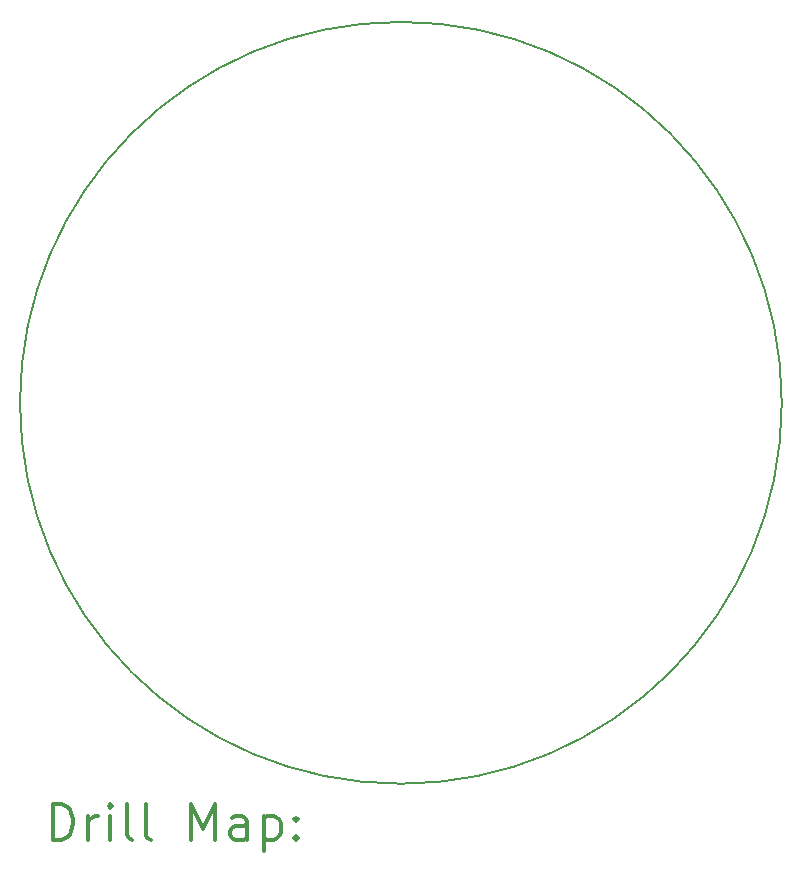
<source format=gbr>
%FSLAX45Y45*%
G04 Gerber Fmt 4.5, Leading zero omitted, Abs format (unit mm)*
G04 Created by KiCad (PCBNEW (5.0.2)-1) date 26.02.2020 09:59:28*
%MOMM*%
%LPD*%
G01*
G04 APERTURE LIST*
%ADD10C,0.150000*%
%ADD11C,0.200000*%
%ADD12C,0.300000*%
G04 APERTURE END LIST*
D10*
X17400000Y-10000000D02*
G75*
G03X17400000Y-10000000I-3224903J0D01*
G01*
D11*
D12*
X11229122Y-13698117D02*
X11229122Y-13398117D01*
X11300551Y-13398117D01*
X11343408Y-13412403D01*
X11371979Y-13440975D01*
X11386265Y-13469546D01*
X11400551Y-13526689D01*
X11400551Y-13569546D01*
X11386265Y-13626689D01*
X11371979Y-13655260D01*
X11343408Y-13683832D01*
X11300551Y-13698117D01*
X11229122Y-13698117D01*
X11529122Y-13698117D02*
X11529122Y-13498117D01*
X11529122Y-13555260D02*
X11543408Y-13526689D01*
X11557694Y-13512403D01*
X11586265Y-13498117D01*
X11614837Y-13498117D01*
X11714837Y-13698117D02*
X11714837Y-13498117D01*
X11714837Y-13398117D02*
X11700551Y-13412403D01*
X11714837Y-13426689D01*
X11729122Y-13412403D01*
X11714837Y-13398117D01*
X11714837Y-13426689D01*
X11900551Y-13698117D02*
X11871979Y-13683832D01*
X11857694Y-13655260D01*
X11857694Y-13398117D01*
X12057694Y-13698117D02*
X12029122Y-13683832D01*
X12014837Y-13655260D01*
X12014837Y-13398117D01*
X12400551Y-13698117D02*
X12400551Y-13398117D01*
X12500551Y-13612403D01*
X12600551Y-13398117D01*
X12600551Y-13698117D01*
X12871979Y-13698117D02*
X12871979Y-13540975D01*
X12857694Y-13512403D01*
X12829122Y-13498117D01*
X12771979Y-13498117D01*
X12743408Y-13512403D01*
X12871979Y-13683832D02*
X12843408Y-13698117D01*
X12771979Y-13698117D01*
X12743408Y-13683832D01*
X12729122Y-13655260D01*
X12729122Y-13626689D01*
X12743408Y-13598117D01*
X12771979Y-13583832D01*
X12843408Y-13583832D01*
X12871979Y-13569546D01*
X13014837Y-13498117D02*
X13014837Y-13798117D01*
X13014837Y-13512403D02*
X13043408Y-13498117D01*
X13100551Y-13498117D01*
X13129122Y-13512403D01*
X13143408Y-13526689D01*
X13157694Y-13555260D01*
X13157694Y-13640975D01*
X13143408Y-13669546D01*
X13129122Y-13683832D01*
X13100551Y-13698117D01*
X13043408Y-13698117D01*
X13014837Y-13683832D01*
X13286265Y-13669546D02*
X13300551Y-13683832D01*
X13286265Y-13698117D01*
X13271979Y-13683832D01*
X13286265Y-13669546D01*
X13286265Y-13698117D01*
X13286265Y-13512403D02*
X13300551Y-13526689D01*
X13286265Y-13540975D01*
X13271979Y-13526689D01*
X13286265Y-13512403D01*
X13286265Y-13540975D01*
M02*

</source>
